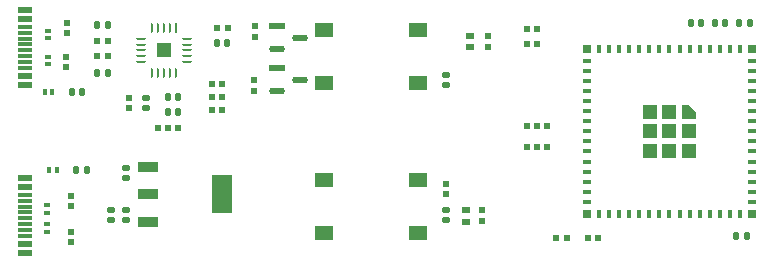
<source format=gtp>
G04*
G04 #@! TF.GenerationSoftware,Altium Limited,Altium Designer,25.2.1 (25)*
G04*
G04 Layer_Color=8421504*
%FSLAX25Y25*%
%MOIN*%
G70*
G04*
G04 #@! TF.SameCoordinates,CFDFC737-2A4F-4172-B32B-428E1D980CDD*
G04*
G04*
G04 #@! TF.FilePolarity,Positive*
G04*
G01*
G75*
%ADD15R,0.05105X0.05105*%
%ADD16R,0.02126X0.02362*%
%ADD17R,0.05343X0.02253*%
G04:AMPARAMS|DCode=18|XSize=53.43mil|YSize=22.53mil|CornerRadius=11.26mil|HoleSize=0mil|Usage=FLASHONLY|Rotation=0.000|XOffset=0mil|YOffset=0mil|HoleType=Round|Shape=RoundedRectangle|*
%AMROUNDEDRECTD18*
21,1,0.05343,0.00000,0,0,0.0*
21,1,0.03091,0.02253,0,0,0.0*
1,1,0.02253,0.01545,0.00000*
1,1,0.02253,-0.01545,0.00000*
1,1,0.02253,-0.01545,0.00000*
1,1,0.02253,0.01545,0.00000*
%
%ADD18ROUNDEDRECTD18*%
G04:AMPARAMS|DCode=19|XSize=23.62mil|YSize=21.26mil|CornerRadius=5.63mil|HoleSize=0mil|Usage=FLASHONLY|Rotation=90.000|XOffset=0mil|YOffset=0mil|HoleType=Round|Shape=RoundedRectangle|*
%AMROUNDEDRECTD19*
21,1,0.02362,0.00999,0,0,90.0*
21,1,0.01235,0.02126,0,0,90.0*
1,1,0.01127,0.00500,0.00618*
1,1,0.01127,0.00500,-0.00618*
1,1,0.01127,-0.00500,-0.00618*
1,1,0.01127,-0.00500,0.00618*
%
%ADD19ROUNDEDRECTD19*%
%ADD20R,0.02362X0.01378*%
G04:AMPARAMS|DCode=21|XSize=23.62mil|YSize=21.26mil|CornerRadius=5.63mil|HoleSize=0mil|Usage=FLASHONLY|Rotation=180.000|XOffset=0mil|YOffset=0mil|HoleType=Round|Shape=RoundedRectangle|*
%AMROUNDEDRECTD21*
21,1,0.02362,0.00999,0,0,180.0*
21,1,0.01235,0.02126,0,0,180.0*
1,1,0.01127,-0.00618,0.00500*
1,1,0.01127,0.00618,0.00500*
1,1,0.01127,0.00618,-0.00500*
1,1,0.01127,-0.00618,-0.00500*
%
%ADD21ROUNDEDRECTD21*%
%ADD22R,0.02362X0.02126*%
%ADD23R,0.02756X0.02362*%
%ADD24R,0.04528X0.02362*%
%ADD25R,0.04528X0.01181*%
%ADD26R,0.03150X0.03150*%
%ADD27R,0.01575X0.03150*%
%ADD28R,0.03150X0.01575*%
%ADD29R,0.04724X0.04724*%
G04:AMPARAMS|DCode=30|XSize=9.55mil|YSize=33.06mil|CornerRadius=4.77mil|HoleSize=0mil|Usage=FLASHONLY|Rotation=270.000|XOffset=0mil|YOffset=0mil|HoleType=Round|Shape=RoundedRectangle|*
%AMROUNDEDRECTD30*
21,1,0.00955,0.02351,0,0,270.0*
21,1,0.00000,0.03306,0,0,270.0*
1,1,0.00955,-0.01176,0.00000*
1,1,0.00955,-0.01176,0.00000*
1,1,0.00955,0.01176,0.00000*
1,1,0.00955,0.01176,0.00000*
%
%ADD30ROUNDEDRECTD30*%
G04:AMPARAMS|DCode=31|XSize=33.06mil|YSize=9.55mil|CornerRadius=4.77mil|HoleSize=0mil|Usage=FLASHONLY|Rotation=270.000|XOffset=0mil|YOffset=0mil|HoleType=Round|Shape=RoundedRectangle|*
%AMROUNDEDRECTD31*
21,1,0.03306,0.00000,0,0,270.0*
21,1,0.02351,0.00955,0,0,270.0*
1,1,0.00955,0.00000,-0.01176*
1,1,0.00955,0.00000,0.01176*
1,1,0.00955,0.00000,0.01176*
1,1,0.00955,0.00000,-0.01176*
%
%ADD31ROUNDEDRECTD31*%
%ADD32R,0.00955X0.03306*%
%ADD33R,0.06102X0.05118*%
G04:AMPARAMS|DCode=34|XSize=35.43mil|YSize=68.9mil|CornerRadius=1.95mil|HoleSize=0mil|Usage=FLASHONLY|Rotation=90.000|XOffset=0mil|YOffset=0mil|HoleType=Round|Shape=RoundedRectangle|*
%AMROUNDEDRECTD34*
21,1,0.03543,0.06500,0,0,90.0*
21,1,0.03154,0.06890,0,0,90.0*
1,1,0.00390,0.03250,0.01577*
1,1,0.00390,0.03250,-0.01577*
1,1,0.00390,-0.03250,-0.01577*
1,1,0.00390,-0.03250,0.01577*
%
%ADD34ROUNDEDRECTD34*%
G04:AMPARAMS|DCode=35|XSize=125.98mil|YSize=68.9mil|CornerRadius=2.07mil|HoleSize=0mil|Usage=FLASHONLY|Rotation=90.000|XOffset=0mil|YOffset=0mil|HoleType=Round|Shape=RoundedRectangle|*
%AMROUNDEDRECTD35*
21,1,0.12598,0.06476,0,0,90.0*
21,1,0.12185,0.06890,0,0,90.0*
1,1,0.00413,0.03238,0.06093*
1,1,0.00413,0.03238,-0.06093*
1,1,0.00413,-0.03238,-0.06093*
1,1,0.00413,-0.03238,0.06093*
%
%ADD35ROUNDEDRECTD35*%
%ADD36R,0.01378X0.02362*%
G36*
X243638Y54134D02*
Y58858D01*
X246000D01*
X248362Y56496D01*
Y54134D01*
X243638D01*
D02*
G37*
D15*
X71000Y77000D02*
D03*
D16*
X191898Y51800D02*
D03*
X195299D02*
D03*
X72348Y51100D02*
D03*
X68946D02*
D03*
X198701Y51800D02*
D03*
X195299D02*
D03*
X201799Y14500D02*
D03*
X205201D02*
D03*
X52201Y75000D02*
D03*
X48799D02*
D03*
X52201Y80000D02*
D03*
X48799D02*
D03*
X90338Y61625D02*
D03*
X86936D02*
D03*
X90319Y65674D02*
D03*
X86917D02*
D03*
X90372Y57174D02*
D03*
X86970D02*
D03*
X88799Y84500D02*
D03*
X92201D02*
D03*
X195402Y84000D02*
D03*
X192000D02*
D03*
X195402Y79000D02*
D03*
X192000D02*
D03*
X72348Y51100D02*
D03*
X75750D02*
D03*
X212299Y14500D02*
D03*
X215701D02*
D03*
X198701Y44800D02*
D03*
X195299D02*
D03*
X195301Y44796D02*
D03*
X191899D02*
D03*
D17*
X108758Y71039D02*
D03*
Y85039D02*
D03*
D18*
Y63559D02*
D03*
X116242Y67299D02*
D03*
Y81299D02*
D03*
X108758Y77559D02*
D03*
D19*
X246691Y85974D02*
D03*
X250077D02*
D03*
X254607Y86000D02*
D03*
X257993D02*
D03*
X75709Y61484D02*
D03*
X72323D02*
D03*
X43688Y63053D02*
D03*
X40302D02*
D03*
X52193Y69500D02*
D03*
X48807D02*
D03*
Y85500D02*
D03*
X52193D02*
D03*
X88773Y79396D02*
D03*
X92159D02*
D03*
X262830Y86082D02*
D03*
X266215D02*
D03*
X41807Y37000D02*
D03*
X45193D02*
D03*
X72307Y56500D02*
D03*
X75693D02*
D03*
X265193Y15000D02*
D03*
X261807D02*
D03*
D20*
X32450Y81020D02*
D03*
Y83579D02*
D03*
X32217Y74966D02*
D03*
Y72407D02*
D03*
X32003Y22944D02*
D03*
Y25503D02*
D03*
X32000Y16441D02*
D03*
Y19000D02*
D03*
D21*
X64962Y57796D02*
D03*
Y61182D02*
D03*
X165107Y23866D02*
D03*
Y20480D02*
D03*
X165000Y68693D02*
D03*
Y65307D02*
D03*
X53500Y20307D02*
D03*
Y23693D02*
D03*
X58500Y20307D02*
D03*
Y23693D02*
D03*
Y37693D02*
D03*
Y34307D02*
D03*
D22*
X101000Y67000D02*
D03*
Y63598D02*
D03*
X59500Y57799D02*
D03*
Y61201D02*
D03*
X177100Y20299D02*
D03*
Y23701D02*
D03*
X165053Y32631D02*
D03*
Y29230D02*
D03*
X179000Y78299D02*
D03*
Y81701D02*
D03*
X38554Y82818D02*
D03*
Y86220D02*
D03*
X38460Y74713D02*
D03*
Y71311D02*
D03*
X101500Y85000D02*
D03*
Y81598D02*
D03*
X40000Y13000D02*
D03*
Y16402D02*
D03*
Y28402D02*
D03*
Y25000D02*
D03*
D23*
X171800Y19960D02*
D03*
Y23700D02*
D03*
X173000Y81870D02*
D03*
Y78130D02*
D03*
D24*
X24764Y9409D02*
D03*
Y34606D02*
D03*
Y31457D02*
D03*
Y12559D02*
D03*
Y65394D02*
D03*
Y90591D02*
D03*
Y87441D02*
D03*
Y68543D02*
D03*
D25*
Y15118D02*
D03*
Y17087D02*
D03*
Y19055D02*
D03*
Y21024D02*
D03*
Y22992D02*
D03*
Y24961D02*
D03*
Y26929D02*
D03*
Y28898D02*
D03*
Y71102D02*
D03*
Y73071D02*
D03*
Y75039D02*
D03*
Y77008D02*
D03*
Y78976D02*
D03*
Y80945D02*
D03*
Y82913D02*
D03*
Y84882D02*
D03*
D26*
X267063Y77559D02*
D03*
X211945D02*
D03*
X267063Y22441D02*
D03*
X211945D02*
D03*
D27*
X262929Y77559D02*
D03*
X259583D02*
D03*
X256236D02*
D03*
X252890D02*
D03*
X249543D02*
D03*
X246197D02*
D03*
X242850D02*
D03*
X239504D02*
D03*
X236157D02*
D03*
X232811D02*
D03*
X229465D02*
D03*
X226118D02*
D03*
X222772D02*
D03*
X219425D02*
D03*
X216079D02*
D03*
Y22441D02*
D03*
X219425D02*
D03*
X222772D02*
D03*
X226118D02*
D03*
X229465D02*
D03*
X232811D02*
D03*
X236157D02*
D03*
X239504D02*
D03*
X242850D02*
D03*
X246197D02*
D03*
X249543D02*
D03*
X252890D02*
D03*
X256236D02*
D03*
X259583D02*
D03*
X262929D02*
D03*
D28*
X211945Y73425D02*
D03*
Y70079D02*
D03*
Y66732D02*
D03*
Y63386D02*
D03*
Y60039D02*
D03*
Y56693D02*
D03*
Y53347D02*
D03*
Y50000D02*
D03*
Y46654D02*
D03*
Y43307D02*
D03*
Y39961D02*
D03*
Y36614D02*
D03*
Y33268D02*
D03*
Y29921D02*
D03*
Y26575D02*
D03*
X267063D02*
D03*
Y29921D02*
D03*
Y33268D02*
D03*
Y36614D02*
D03*
Y39961D02*
D03*
Y43307D02*
D03*
Y46654D02*
D03*
Y50000D02*
D03*
Y53347D02*
D03*
Y56693D02*
D03*
Y60039D02*
D03*
Y63386D02*
D03*
Y66732D02*
D03*
Y70079D02*
D03*
Y73425D02*
D03*
D29*
X239504Y50000D02*
D03*
X246000D02*
D03*
Y43504D02*
D03*
X239504D02*
D03*
X233008D02*
D03*
Y50000D02*
D03*
Y56496D02*
D03*
X239504D02*
D03*
D30*
X78541Y80937D02*
D03*
Y78969D02*
D03*
Y77000D02*
D03*
Y75032D02*
D03*
Y73063D02*
D03*
X63459D02*
D03*
Y75032D02*
D03*
Y77000D02*
D03*
Y78969D02*
D03*
Y80937D02*
D03*
D31*
X74937Y69459D02*
D03*
X72969D02*
D03*
X71000D02*
D03*
X69032D02*
D03*
X67063D02*
D03*
Y84541D02*
D03*
X69032D02*
D03*
X71000D02*
D03*
X72969D02*
D03*
D32*
X74937D02*
D03*
D33*
X124350Y83858D02*
D03*
X155650D02*
D03*
X124350Y66142D02*
D03*
X155650D02*
D03*
X124350Y33858D02*
D03*
X155650D02*
D03*
X124350Y16142D02*
D03*
X155650D02*
D03*
D34*
X65697Y38055D02*
D03*
Y29000D02*
D03*
Y19945D02*
D03*
D35*
X90303Y29000D02*
D03*
D36*
X31220Y63000D02*
D03*
X33779D02*
D03*
X32721Y37000D02*
D03*
X35280D02*
D03*
M02*

</source>
